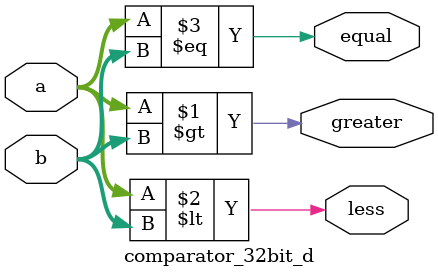
<source format=v>
module comparator_32bit_d(
    input wire [31:0] a,
    input wire [31:0] b,
    output greater,
    output less,
    output equal
);

    assign greater = (a > b);
    assign less    = (a < b);
    assign equal  = (a == b);    

endmodule


</source>
